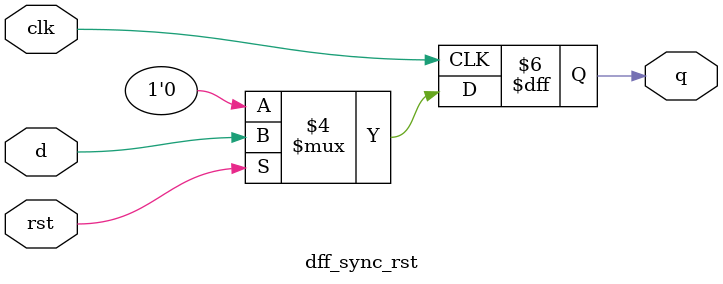
<source format=v>
module dff_sync_rst(clk, rst, d, q);
    input d;
    input clk;
    input rst;
    output reg q;

    always @ (posedge clk)begin
        if(!rst) q <= 0;
        else q <= d;
    end
endmodule
</source>
